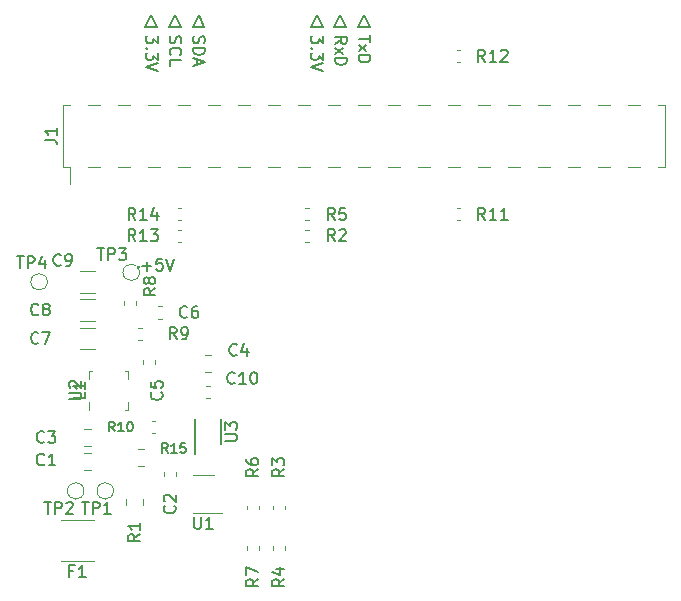
<source format=gto>
G04 #@! TF.GenerationSoftware,KiCad,Pcbnew,(5.0.0)*
G04 #@! TF.CreationDate,2020-06-08T02:19:36+09:00*
G04 #@! TF.ProjectId,WioTerminal_BatteryChassisAAA,57696F5465726D696E616C5F42617474,rev?*
G04 #@! TF.SameCoordinates,PX206cc80PYfe6f74f0*
G04 #@! TF.FileFunction,Legend,Top*
G04 #@! TF.FilePolarity,Positive*
%FSLAX46Y46*%
G04 Gerber Fmt 4.6, Leading zero omitted, Abs format (unit mm)*
G04 Created by KiCad (PCBNEW (5.0.0)) date 06/08/20 02:19:36*
%MOMM*%
%LPD*%
G01*
G04 APERTURE LIST*
%ADD10C,0.150000*%
%ADD11C,0.200000*%
%ADD12C,0.120000*%
%ADD13C,0.140000*%
G04 APERTURE END LIST*
D10*
X-19000000Y4200000D02*
X-19100000Y4100000D01*
X-18785715Y4228571D02*
X-18023810Y4228571D01*
X-18404762Y3847619D02*
X-18404762Y4609523D01*
X-17071429Y4847619D02*
X-17547620Y4847619D01*
X-17595239Y4371428D01*
X-17547620Y4419047D01*
X-17452381Y4466666D01*
X-17214286Y4466666D01*
X-17119048Y4419047D01*
X-17071429Y4371428D01*
X-17023810Y4276190D01*
X-17023810Y4038095D01*
X-17071429Y3942857D01*
X-17119048Y3895238D01*
X-17214286Y3847619D01*
X-17452381Y3847619D01*
X-17547620Y3895238D01*
X-17595239Y3942857D01*
X-16738096Y4847619D02*
X-16404762Y3847619D01*
X-16071429Y4847619D01*
X-18500000Y24500000D02*
X-18000000Y25500000D01*
X-17500000Y24500000D02*
X-18500000Y24500000D01*
X-18000000Y25500000D02*
X-17500000Y24500000D01*
X-16000000Y25500000D02*
X-15500000Y24500000D01*
X-15500000Y24500000D02*
X-16500000Y24500000D01*
X-16500000Y24500000D02*
X-16000000Y25500000D01*
X-14000000Y25500000D02*
X-13500000Y24500000D01*
X-14500000Y24500000D02*
X-14000000Y25500000D01*
X-13500000Y24500000D02*
X-14500000Y24500000D01*
X-4500000Y24500000D02*
X-4000000Y25500000D01*
X-4000000Y25500000D02*
X-3500000Y24500000D01*
X-3500000Y24500000D02*
X-4500000Y24500000D01*
X-1500000Y24500000D02*
X-2500000Y24500000D01*
X-2000000Y25500000D02*
X-1500000Y24500000D01*
X-2500000Y24500000D02*
X-2000000Y25500000D01*
X-500000Y24500000D02*
X0Y25500000D01*
X500000Y24500000D02*
X-500000Y24500000D01*
X0Y25500000D02*
X500000Y24500000D01*
D11*
X-17452381Y23727142D02*
X-17452381Y23108095D01*
X-17833334Y23441428D01*
X-17833334Y23298571D01*
X-17880953Y23203333D01*
X-17928572Y23155714D01*
X-18023810Y23108095D01*
X-18261905Y23108095D01*
X-18357143Y23155714D01*
X-18404762Y23203333D01*
X-18452381Y23298571D01*
X-18452381Y23584285D01*
X-18404762Y23679523D01*
X-18357143Y23727142D01*
X-18357143Y22679523D02*
X-18404762Y22631904D01*
X-18452381Y22679523D01*
X-18404762Y22727142D01*
X-18357143Y22679523D01*
X-18452381Y22679523D01*
X-17452381Y22298571D02*
X-17452381Y21679523D01*
X-17833334Y22012857D01*
X-17833334Y21870000D01*
X-17880953Y21774761D01*
X-17928572Y21727142D01*
X-18023810Y21679523D01*
X-18261905Y21679523D01*
X-18357143Y21727142D01*
X-18404762Y21774761D01*
X-18452381Y21870000D01*
X-18452381Y22155714D01*
X-18404762Y22250952D01*
X-18357143Y22298571D01*
X-17452381Y21393809D02*
X-18452381Y21060476D01*
X-17452381Y20727142D01*
X-16404762Y23679523D02*
X-16452381Y23536666D01*
X-16452381Y23298571D01*
X-16404762Y23203333D01*
X-16357143Y23155714D01*
X-16261905Y23108095D01*
X-16166667Y23108095D01*
X-16071429Y23155714D01*
X-16023810Y23203333D01*
X-15976191Y23298571D01*
X-15928572Y23489047D01*
X-15880953Y23584285D01*
X-15833334Y23631904D01*
X-15738096Y23679523D01*
X-15642858Y23679523D01*
X-15547620Y23631904D01*
X-15500000Y23584285D01*
X-15452381Y23489047D01*
X-15452381Y23250952D01*
X-15500000Y23108095D01*
X-16357143Y22108095D02*
X-16404762Y22155714D01*
X-16452381Y22298571D01*
X-16452381Y22393809D01*
X-16404762Y22536666D01*
X-16309524Y22631904D01*
X-16214286Y22679523D01*
X-16023810Y22727142D01*
X-15880953Y22727142D01*
X-15690477Y22679523D01*
X-15595239Y22631904D01*
X-15500000Y22536666D01*
X-15452381Y22393809D01*
X-15452381Y22298571D01*
X-15500000Y22155714D01*
X-15547620Y22108095D01*
X-16452381Y21203333D02*
X-16452381Y21679523D01*
X-15452381Y21679523D01*
X-14404762Y23679523D02*
X-14452381Y23536666D01*
X-14452381Y23298571D01*
X-14404762Y23203333D01*
X-14357143Y23155714D01*
X-14261905Y23108095D01*
X-14166667Y23108095D01*
X-14071429Y23155714D01*
X-14023810Y23203333D01*
X-13976191Y23298571D01*
X-13928572Y23489047D01*
X-13880953Y23584285D01*
X-13833334Y23631904D01*
X-13738096Y23679523D01*
X-13642858Y23679523D01*
X-13547620Y23631904D01*
X-13500000Y23584285D01*
X-13452381Y23489047D01*
X-13452381Y23250952D01*
X-13500000Y23108095D01*
X-14452381Y22679523D02*
X-13452381Y22679523D01*
X-13452381Y22441428D01*
X-13500000Y22298571D01*
X-13595239Y22203333D01*
X-13690477Y22155714D01*
X-13880953Y22108095D01*
X-14023810Y22108095D01*
X-14214286Y22155714D01*
X-14309524Y22203333D01*
X-14404762Y22298571D01*
X-14452381Y22441428D01*
X-14452381Y22679523D01*
X-14166667Y21727142D02*
X-14166667Y21250952D01*
X-14452381Y21822380D02*
X-13452381Y21489047D01*
X-14452381Y21155714D01*
X-3452381Y23727142D02*
X-3452381Y23108095D01*
X-3833334Y23441428D01*
X-3833334Y23298571D01*
X-3880953Y23203333D01*
X-3928572Y23155714D01*
X-4023810Y23108095D01*
X-4261905Y23108095D01*
X-4357143Y23155714D01*
X-4404762Y23203333D01*
X-4452381Y23298571D01*
X-4452381Y23584285D01*
X-4404762Y23679523D01*
X-4357143Y23727142D01*
X-4357143Y22679523D02*
X-4404762Y22631904D01*
X-4452381Y22679523D01*
X-4404762Y22727142D01*
X-4357143Y22679523D01*
X-4452381Y22679523D01*
X-3452381Y22298571D02*
X-3452381Y21679523D01*
X-3833334Y22012857D01*
X-3833334Y21870000D01*
X-3880953Y21774761D01*
X-3928572Y21727142D01*
X-4023810Y21679523D01*
X-4261905Y21679523D01*
X-4357143Y21727142D01*
X-4404762Y21774761D01*
X-4452381Y21870000D01*
X-4452381Y22155714D01*
X-4404762Y22250952D01*
X-4357143Y22298571D01*
X-3452381Y21393809D02*
X-4452381Y21060476D01*
X-3452381Y20727142D01*
X-2452381Y23060476D02*
X-1976191Y23393809D01*
X-2452381Y23631904D02*
X-1452381Y23631904D01*
X-1452381Y23250952D01*
X-1500000Y23155714D01*
X-1547620Y23108095D01*
X-1642858Y23060476D01*
X-1785715Y23060476D01*
X-1880953Y23108095D01*
X-1928572Y23155714D01*
X-1976191Y23250952D01*
X-1976191Y23631904D01*
X-2452381Y22727142D02*
X-1785715Y22203333D01*
X-1785715Y22727142D02*
X-2452381Y22203333D01*
X-2452381Y21822380D02*
X-1452381Y21822380D01*
X-1452381Y21584285D01*
X-1500000Y21441428D01*
X-1595239Y21346190D01*
X-1690477Y21298571D01*
X-1880953Y21250952D01*
X-2023810Y21250952D01*
X-2214286Y21298571D01*
X-2309524Y21346190D01*
X-2404762Y21441428D01*
X-2452381Y21584285D01*
X-2452381Y21822380D01*
X547619Y23774761D02*
X547619Y23203333D01*
X-452381Y23489047D02*
X547619Y23489047D01*
X-452381Y22965238D02*
X214285Y22441428D01*
X214285Y22965238D02*
X-452381Y22441428D01*
X-452381Y22060476D02*
X547619Y22060476D01*
X547619Y21822380D01*
X500000Y21679523D01*
X404761Y21584285D01*
X309523Y21536666D01*
X119047Y21489047D01*
X-23810Y21489047D01*
X-214286Y21536666D01*
X-309524Y21584285D01*
X-404762Y21679523D01*
X-452381Y21822380D01*
X-452381Y22060476D01*
D12*
G04 #@! TO.C,U2*
X-19950000Y-5315000D02*
X-19950000Y-4650000D01*
X-23250000Y-7950000D02*
X-23250000Y-7285000D01*
X-23250000Y-5315000D02*
X-23250000Y-4650000D01*
X-19950000Y-7950000D02*
X-19950000Y-7285000D01*
X-23000000Y-4650000D02*
X-23250000Y-4650000D01*
X-20200000Y-4650000D02*
X-19950000Y-4650000D01*
X-19950000Y-7950000D02*
X-20200000Y-7950000D01*
G04 #@! TO.C,C1*
X-23141422Y-13010000D02*
X-23658578Y-13010000D01*
X-23141422Y-11590000D02*
X-23658578Y-11590000D01*
G04 #@! TO.C,C2*
X-15890000Y-13237221D02*
X-15890000Y-13562779D01*
X-16910000Y-13237221D02*
X-16910000Y-13562779D01*
G04 #@! TO.C,C3*
X-23141422Y-9590000D02*
X-23658578Y-9590000D01*
X-23141422Y-11010000D02*
X-23658578Y-11010000D01*
G04 #@! TO.C,C4*
X-13458578Y-3290000D02*
X-12941422Y-3290000D01*
X-13458578Y-4710000D02*
X-12941422Y-4710000D01*
G04 #@! TO.C,C5*
X-17690000Y-4062779D02*
X-17690000Y-3737221D01*
X-18710000Y-4062779D02*
X-18710000Y-3737221D01*
G04 #@! TO.C,C6*
X-17462779Y-210000D02*
X-17137221Y-210000D01*
X-17462779Y810000D02*
X-17137221Y810000D01*
G04 #@! TO.C,C7*
X-22797936Y-2810000D02*
X-24002064Y-2810000D01*
X-22797936Y-990000D02*
X-24002064Y-990000D01*
G04 #@! TO.C,C8*
X-22797936Y1410000D02*
X-24002064Y1410000D01*
X-22797936Y-410000D02*
X-24002064Y-410000D01*
G04 #@! TO.C,C9*
X-22797936Y1990000D02*
X-24002064Y1990000D01*
X-22797936Y3810000D02*
X-24002064Y3810000D01*
G04 #@! TO.C,R1*
X-18690000Y-15478922D02*
X-18690000Y-15996078D01*
X-20110000Y-15478922D02*
X-20110000Y-15996078D01*
G04 #@! TO.C,R2*
X-4624721Y6290000D02*
X-4950279Y6290000D01*
X-4624721Y7310000D02*
X-4950279Y7310000D01*
G04 #@! TO.C,R3*
X-7710000Y-16049721D02*
X-7710000Y-16375279D01*
X-6690000Y-16049721D02*
X-6690000Y-16375279D01*
G04 #@! TO.C,R4*
X-6690000Y-19449721D02*
X-6690000Y-19775279D01*
X-7710000Y-19449721D02*
X-7710000Y-19775279D01*
G04 #@! TO.C,R5*
X-4624721Y8090000D02*
X-4950279Y8090000D01*
X-4624721Y9110000D02*
X-4950279Y9110000D01*
G04 #@! TO.C,R6*
X-9910000Y-16049721D02*
X-9910000Y-16375279D01*
X-8890000Y-16049721D02*
X-8890000Y-16375279D01*
G04 #@! TO.C,R7*
X-8890000Y-19449721D02*
X-8890000Y-19775279D01*
X-9910000Y-19449721D02*
X-9910000Y-19775279D01*
G04 #@! TO.C,R8*
X-20310000Y1262779D02*
X-20310000Y937221D01*
X-19290000Y1262779D02*
X-19290000Y937221D01*
G04 #@! TO.C,R9*
X-19150279Y-990000D02*
X-18824721Y-990000D01*
X-19150279Y-2010000D02*
X-18824721Y-2010000D01*
G04 #@! TO.C,R10*
X-17649721Y-9910000D02*
X-17975279Y-9910000D01*
X-17649721Y-8890000D02*
X-17975279Y-8890000D01*
G04 #@! TO.C,R11*
X7849721Y8090000D02*
X8175279Y8090000D01*
X7849721Y9110000D02*
X8175279Y9110000D01*
G04 #@! TO.C,R12*
X7849721Y21490000D02*
X8175279Y21490000D01*
X7849721Y22510000D02*
X8175279Y22510000D01*
G04 #@! TO.C,R13*
X-15449721Y7310000D02*
X-15775279Y7310000D01*
X-15449721Y6290000D02*
X-15775279Y6290000D01*
G04 #@! TO.C,R14*
X-15449721Y8090000D02*
X-15775279Y8090000D01*
X-15449721Y9110000D02*
X-15775279Y9110000D01*
G04 #@! TO.C,TP1*
X-21200000Y-14800000D02*
G75*
G03X-21200000Y-14800000I-700000J0D01*
G01*
G04 #@! TO.C,TP2*
X-23700000Y-14800000D02*
G75*
G03X-23700000Y-14800000I-700000J0D01*
G01*
G04 #@! TO.C,TP3*
X-19000000Y3700000D02*
G75*
G03X-19000000Y3700000I-700000J0D01*
G01*
G04 #@! TO.C,TP4*
X-26800000Y2900000D02*
G75*
G03X-26800000Y2900000I-700000J0D01*
G01*
G04 #@! TO.C,U1*
X-12700000Y-13460000D02*
X-14500000Y-13460000D01*
X-14500000Y-16680000D02*
X-12050000Y-16680000D01*
G04 #@! TO.C,F1*
X-22876248Y-20710000D02*
X-25648752Y-20710000D01*
X-22876248Y-17290000D02*
X-25648752Y-17290000D01*
G04 #@! TO.C,R15*
X-18603922Y-12710000D02*
X-19121078Y-12710000D01*
X-18603922Y-11290000D02*
X-19121078Y-11290000D01*
D10*
G04 #@! TO.C,U3*
X-12075000Y-10875000D02*
X-12075000Y-8725000D01*
X-14325000Y-11700000D02*
X-14325000Y-8725000D01*
D12*
G04 #@! TO.C,J1*
X-25460000Y12650000D02*
X-25460000Y17850000D01*
X25460000Y12650000D02*
X25460000Y17850000D01*
X-24890000Y11210000D02*
X-24890000Y12650000D01*
X-25460000Y12650000D02*
X-24890000Y12650000D01*
X-25460000Y17850000D02*
X-24890000Y17850000D01*
X24890000Y12650000D02*
X25460000Y12650000D01*
X24890000Y17850000D02*
X25460000Y17850000D01*
X-23370000Y12650000D02*
X-22350000Y12650000D01*
X-23370000Y17850000D02*
X-22350000Y17850000D01*
X-20830000Y12650000D02*
X-19810000Y12650000D01*
X-20830000Y17850000D02*
X-19810000Y17850000D01*
X-18290000Y12650000D02*
X-17270000Y12650000D01*
X-18290000Y17850000D02*
X-17270000Y17850000D01*
X-15750000Y12650000D02*
X-14730000Y12650000D01*
X-15750000Y17850000D02*
X-14730000Y17850000D01*
X-13210000Y12650000D02*
X-12190000Y12650000D01*
X-13210000Y17850000D02*
X-12190000Y17850000D01*
X-10670000Y12650000D02*
X-9650000Y12650000D01*
X-10670000Y17850000D02*
X-9650000Y17850000D01*
X-8130000Y12650000D02*
X-7110000Y12650000D01*
X-8130000Y17850000D02*
X-7110000Y17850000D01*
X-5590000Y12650000D02*
X-4570000Y12650000D01*
X-5590000Y17850000D02*
X-4570000Y17850000D01*
X-3050000Y12650000D02*
X-2030000Y12650000D01*
X-3050000Y17850000D02*
X-2030000Y17850000D01*
X-510000Y12650000D02*
X510000Y12650000D01*
X-510000Y17850000D02*
X510000Y17850000D01*
X2030000Y12650000D02*
X3050000Y12650000D01*
X2030000Y17850000D02*
X3050000Y17850000D01*
X4570000Y12650000D02*
X5590000Y12650000D01*
X4570000Y17850000D02*
X5590000Y17850000D01*
X7110000Y12650000D02*
X8130000Y12650000D01*
X7110000Y17850000D02*
X8130000Y17850000D01*
X9650000Y12650000D02*
X10670000Y12650000D01*
X9650000Y17850000D02*
X10670000Y17850000D01*
X12190000Y12650000D02*
X13210000Y12650000D01*
X12190000Y17850000D02*
X13210000Y17850000D01*
X14730000Y12650000D02*
X15750000Y12650000D01*
X14730000Y17850000D02*
X15750000Y17850000D01*
X17270000Y12650000D02*
X18290000Y12650000D01*
X17270000Y17850000D02*
X18290000Y17850000D01*
X19810000Y12650000D02*
X20830000Y12650000D01*
X19810000Y17850000D02*
X20830000Y17850000D01*
X22350000Y12650000D02*
X23370000Y12650000D01*
X22350000Y17850000D02*
X23370000Y17850000D01*
G04 #@! TO.C,C10*
X-13350279Y-5890000D02*
X-13024721Y-5890000D01*
X-13350279Y-6910000D02*
X-13024721Y-6910000D01*
G04 #@! TO.C,U2*
D10*
X-24947620Y-7061905D02*
X-24138096Y-7061905D01*
X-24042858Y-7014286D01*
X-23995239Y-6966667D01*
X-23947620Y-6871429D01*
X-23947620Y-6680953D01*
X-23995239Y-6585715D01*
X-24042858Y-6538096D01*
X-24138096Y-6490477D01*
X-24947620Y-6490477D01*
X-24852381Y-6061905D02*
X-24900000Y-6014286D01*
X-24947620Y-5919048D01*
X-24947620Y-5680953D01*
X-24900000Y-5585715D01*
X-24852381Y-5538096D01*
X-24757143Y-5490477D01*
X-24661905Y-5490477D01*
X-24519048Y-5538096D01*
X-23947620Y-6109524D01*
X-23947620Y-5490477D01*
G04 #@! TO.C,C1*
X-27066667Y-12557143D02*
X-27114286Y-12604762D01*
X-27257143Y-12652381D01*
X-27352381Y-12652381D01*
X-27495239Y-12604762D01*
X-27590477Y-12509524D01*
X-27638096Y-12414286D01*
X-27685715Y-12223810D01*
X-27685715Y-12080953D01*
X-27638096Y-11890477D01*
X-27590477Y-11795239D01*
X-27495239Y-11700000D01*
X-27352381Y-11652381D01*
X-27257143Y-11652381D01*
X-27114286Y-11700000D01*
X-27066667Y-11747620D01*
X-26114286Y-12652381D02*
X-26685715Y-12652381D01*
X-26400000Y-12652381D02*
X-26400000Y-11652381D01*
X-26495239Y-11795239D01*
X-26590477Y-11890477D01*
X-26685715Y-11938096D01*
G04 #@! TO.C,C2*
X-16042858Y-16066667D02*
X-15995239Y-16114286D01*
X-15947620Y-16257143D01*
X-15947620Y-16352381D01*
X-15995239Y-16495239D01*
X-16090477Y-16590477D01*
X-16185715Y-16638096D01*
X-16376191Y-16685715D01*
X-16519048Y-16685715D01*
X-16709524Y-16638096D01*
X-16804762Y-16590477D01*
X-16900000Y-16495239D01*
X-16947620Y-16352381D01*
X-16947620Y-16257143D01*
X-16900000Y-16114286D01*
X-16852381Y-16066667D01*
X-16852381Y-15685715D02*
X-16900000Y-15638096D01*
X-16947620Y-15542858D01*
X-16947620Y-15304762D01*
X-16900000Y-15209524D01*
X-16852381Y-15161905D01*
X-16757143Y-15114286D01*
X-16661905Y-15114286D01*
X-16519048Y-15161905D01*
X-15947620Y-15733334D01*
X-15947620Y-15114286D01*
G04 #@! TO.C,C3*
X-27066667Y-10657143D02*
X-27114286Y-10704762D01*
X-27257143Y-10752381D01*
X-27352381Y-10752381D01*
X-27495239Y-10704762D01*
X-27590477Y-10609524D01*
X-27638096Y-10514286D01*
X-27685715Y-10323810D01*
X-27685715Y-10180953D01*
X-27638096Y-9990477D01*
X-27590477Y-9895239D01*
X-27495239Y-9800000D01*
X-27352381Y-9752381D01*
X-27257143Y-9752381D01*
X-27114286Y-9800000D01*
X-27066667Y-9847620D01*
X-26733334Y-9752381D02*
X-26114286Y-9752381D01*
X-26447620Y-10133334D01*
X-26304762Y-10133334D01*
X-26209524Y-10180953D01*
X-26161905Y-10228572D01*
X-26114286Y-10323810D01*
X-26114286Y-10561905D01*
X-26161905Y-10657143D01*
X-26209524Y-10704762D01*
X-26304762Y-10752381D01*
X-26590477Y-10752381D01*
X-26685715Y-10704762D01*
X-26733334Y-10657143D01*
G04 #@! TO.C,C4*
X-10766667Y-3257143D02*
X-10814286Y-3304762D01*
X-10957143Y-3352381D01*
X-11052381Y-3352381D01*
X-11195239Y-3304762D01*
X-11290477Y-3209524D01*
X-11338096Y-3114286D01*
X-11385715Y-2923810D01*
X-11385715Y-2780953D01*
X-11338096Y-2590477D01*
X-11290477Y-2495239D01*
X-11195239Y-2400000D01*
X-11052381Y-2352381D01*
X-10957143Y-2352381D01*
X-10814286Y-2400000D01*
X-10766667Y-2447620D01*
X-9909524Y-2685715D02*
X-9909524Y-3352381D01*
X-10147620Y-2304762D02*
X-10385715Y-3019048D01*
X-9766667Y-3019048D01*
G04 #@! TO.C,C5*
X-17142858Y-6466667D02*
X-17095239Y-6514286D01*
X-17047620Y-6657143D01*
X-17047620Y-6752381D01*
X-17095239Y-6895239D01*
X-17190477Y-6990477D01*
X-17285715Y-7038096D01*
X-17476191Y-7085715D01*
X-17619048Y-7085715D01*
X-17809524Y-7038096D01*
X-17904762Y-6990477D01*
X-18000000Y-6895239D01*
X-18047620Y-6752381D01*
X-18047620Y-6657143D01*
X-18000000Y-6514286D01*
X-17952381Y-6466667D01*
X-18047620Y-5561905D02*
X-18047620Y-6038096D01*
X-17571429Y-6085715D01*
X-17619048Y-6038096D01*
X-17666667Y-5942858D01*
X-17666667Y-5704762D01*
X-17619048Y-5609524D01*
X-17571429Y-5561905D01*
X-17476191Y-5514286D01*
X-17238096Y-5514286D01*
X-17142858Y-5561905D01*
X-17095239Y-5609524D01*
X-17047620Y-5704762D01*
X-17047620Y-5942858D01*
X-17095239Y-6038096D01*
X-17142858Y-6085715D01*
G04 #@! TO.C,C6*
X-14966667Y-57143D02*
X-15014286Y-104762D01*
X-15157143Y-152381D01*
X-15252381Y-152381D01*
X-15395239Y-104762D01*
X-15490477Y-9524D01*
X-15538096Y85714D01*
X-15585715Y276190D01*
X-15585715Y419047D01*
X-15538096Y609523D01*
X-15490477Y704761D01*
X-15395239Y800000D01*
X-15252381Y847619D01*
X-15157143Y847619D01*
X-15014286Y800000D01*
X-14966667Y752380D01*
X-14109524Y847619D02*
X-14300000Y847619D01*
X-14395239Y800000D01*
X-14442858Y752380D01*
X-14538096Y609523D01*
X-14585715Y419047D01*
X-14585715Y38095D01*
X-14538096Y-57143D01*
X-14490477Y-104762D01*
X-14395239Y-152381D01*
X-14204762Y-152381D01*
X-14109524Y-104762D01*
X-14061905Y-57143D01*
X-14014286Y38095D01*
X-14014286Y276190D01*
X-14061905Y371428D01*
X-14109524Y419047D01*
X-14204762Y466666D01*
X-14395239Y466666D01*
X-14490477Y419047D01*
X-14538096Y371428D01*
X-14585715Y276190D01*
G04 #@! TO.C,C7*
X-27566667Y-2257143D02*
X-27614286Y-2304762D01*
X-27757143Y-2352381D01*
X-27852381Y-2352381D01*
X-27995239Y-2304762D01*
X-28090477Y-2209524D01*
X-28138096Y-2114286D01*
X-28185715Y-1923810D01*
X-28185715Y-1780953D01*
X-28138096Y-1590477D01*
X-28090477Y-1495239D01*
X-27995239Y-1400000D01*
X-27852381Y-1352381D01*
X-27757143Y-1352381D01*
X-27614286Y-1400000D01*
X-27566667Y-1447620D01*
X-27233334Y-1352381D02*
X-26566667Y-1352381D01*
X-26995239Y-2352381D01*
G04 #@! TO.C,C8*
X-27566667Y142857D02*
X-27614286Y95238D01*
X-27757143Y47619D01*
X-27852381Y47619D01*
X-27995239Y95238D01*
X-28090477Y190476D01*
X-28138096Y285714D01*
X-28185715Y476190D01*
X-28185715Y619047D01*
X-28138096Y809523D01*
X-28090477Y904761D01*
X-27995239Y1000000D01*
X-27852381Y1047619D01*
X-27757143Y1047619D01*
X-27614286Y1000000D01*
X-27566667Y952380D01*
X-26995239Y619047D02*
X-27090477Y666666D01*
X-27138096Y714285D01*
X-27185715Y809523D01*
X-27185715Y857142D01*
X-27138096Y952380D01*
X-27090477Y1000000D01*
X-26995239Y1047619D01*
X-26804762Y1047619D01*
X-26709524Y1000000D01*
X-26661905Y952380D01*
X-26614286Y857142D01*
X-26614286Y809523D01*
X-26661905Y714285D01*
X-26709524Y666666D01*
X-26804762Y619047D01*
X-26995239Y619047D01*
X-27090477Y571428D01*
X-27138096Y523809D01*
X-27185715Y428571D01*
X-27185715Y238095D01*
X-27138096Y142857D01*
X-27090477Y95238D01*
X-26995239Y47619D01*
X-26804762Y47619D01*
X-26709524Y95238D01*
X-26661905Y142857D01*
X-26614286Y238095D01*
X-26614286Y428571D01*
X-26661905Y523809D01*
X-26709524Y571428D01*
X-26804762Y619047D01*
G04 #@! TO.C,C9*
X-25666667Y4342857D02*
X-25714286Y4295238D01*
X-25857143Y4247619D01*
X-25952381Y4247619D01*
X-26095239Y4295238D01*
X-26190477Y4390476D01*
X-26238096Y4485714D01*
X-26285715Y4676190D01*
X-26285715Y4819047D01*
X-26238096Y5009523D01*
X-26190477Y5104761D01*
X-26095239Y5200000D01*
X-25952381Y5247619D01*
X-25857143Y5247619D01*
X-25714286Y5200000D01*
X-25666667Y5152380D01*
X-25190477Y4247619D02*
X-25000000Y4247619D01*
X-24904762Y4295238D01*
X-24857143Y4342857D01*
X-24761905Y4485714D01*
X-24714286Y4676190D01*
X-24714286Y5057142D01*
X-24761905Y5152380D01*
X-24809524Y5200000D01*
X-24904762Y5247619D01*
X-25095239Y5247619D01*
X-25190477Y5200000D01*
X-25238096Y5152380D01*
X-25285715Y5057142D01*
X-25285715Y4819047D01*
X-25238096Y4723809D01*
X-25190477Y4676190D01*
X-25095239Y4628571D01*
X-24904762Y4628571D01*
X-24809524Y4676190D01*
X-24761905Y4723809D01*
X-24714286Y4819047D01*
G04 #@! TO.C,R1*
X-18947620Y-18466667D02*
X-19423810Y-18800000D01*
X-18947620Y-19038096D02*
X-19947620Y-19038096D01*
X-19947620Y-18657143D01*
X-19900000Y-18561905D01*
X-19852381Y-18514286D01*
X-19757143Y-18466667D01*
X-19614286Y-18466667D01*
X-19519048Y-18514286D01*
X-19471429Y-18561905D01*
X-19423810Y-18657143D01*
X-19423810Y-19038096D01*
X-18947620Y-17514286D02*
X-18947620Y-18085715D01*
X-18947620Y-17800000D02*
X-19947620Y-17800000D01*
X-19804762Y-17895239D01*
X-19709524Y-17990477D01*
X-19661905Y-18085715D01*
G04 #@! TO.C,R2*
X-2466667Y6347619D02*
X-2800000Y6823809D01*
X-3038096Y6347619D02*
X-3038096Y7347619D01*
X-2657143Y7347619D01*
X-2561905Y7300000D01*
X-2514286Y7252380D01*
X-2466667Y7157142D01*
X-2466667Y7014285D01*
X-2514286Y6919047D01*
X-2561905Y6871428D01*
X-2657143Y6823809D01*
X-3038096Y6823809D01*
X-2085715Y7252380D02*
X-2038096Y7300000D01*
X-1942858Y7347619D01*
X-1704762Y7347619D01*
X-1609524Y7300000D01*
X-1561905Y7252380D01*
X-1514286Y7157142D01*
X-1514286Y7061904D01*
X-1561905Y6919047D01*
X-2133334Y6347619D01*
X-1514286Y6347619D01*
G04 #@! TO.C,R3*
X-6747620Y-12966667D02*
X-7223810Y-13300000D01*
X-6747620Y-13538096D02*
X-7747620Y-13538096D01*
X-7747620Y-13157143D01*
X-7700000Y-13061905D01*
X-7652381Y-13014286D01*
X-7557143Y-12966667D01*
X-7414286Y-12966667D01*
X-7319048Y-13014286D01*
X-7271429Y-13061905D01*
X-7223810Y-13157143D01*
X-7223810Y-13538096D01*
X-7747620Y-12633334D02*
X-7747620Y-12014286D01*
X-7366667Y-12347620D01*
X-7366667Y-12204762D01*
X-7319048Y-12109524D01*
X-7271429Y-12061905D01*
X-7176191Y-12014286D01*
X-6938096Y-12014286D01*
X-6842858Y-12061905D01*
X-6795239Y-12109524D01*
X-6747620Y-12204762D01*
X-6747620Y-12490477D01*
X-6795239Y-12585715D01*
X-6842858Y-12633334D01*
G04 #@! TO.C,R4*
X-6747620Y-22266667D02*
X-7223810Y-22600000D01*
X-6747620Y-22838096D02*
X-7747620Y-22838096D01*
X-7747620Y-22457143D01*
X-7700000Y-22361905D01*
X-7652381Y-22314286D01*
X-7557143Y-22266667D01*
X-7414286Y-22266667D01*
X-7319048Y-22314286D01*
X-7271429Y-22361905D01*
X-7223810Y-22457143D01*
X-7223810Y-22838096D01*
X-7414286Y-21409524D02*
X-6747620Y-21409524D01*
X-7795239Y-21647620D02*
X-7080953Y-21885715D01*
X-7080953Y-21266667D01*
G04 #@! TO.C,R5*
X-2466667Y8147619D02*
X-2800000Y8623809D01*
X-3038096Y8147619D02*
X-3038096Y9147619D01*
X-2657143Y9147619D01*
X-2561905Y9100000D01*
X-2514286Y9052380D01*
X-2466667Y8957142D01*
X-2466667Y8814285D01*
X-2514286Y8719047D01*
X-2561905Y8671428D01*
X-2657143Y8623809D01*
X-3038096Y8623809D01*
X-1561905Y9147619D02*
X-2038096Y9147619D01*
X-2085715Y8671428D01*
X-2038096Y8719047D01*
X-1942858Y8766666D01*
X-1704762Y8766666D01*
X-1609524Y8719047D01*
X-1561905Y8671428D01*
X-1514286Y8576190D01*
X-1514286Y8338095D01*
X-1561905Y8242857D01*
X-1609524Y8195238D01*
X-1704762Y8147619D01*
X-1942858Y8147619D01*
X-2038096Y8195238D01*
X-2085715Y8242857D01*
G04 #@! TO.C,R6*
X-8947620Y-12966667D02*
X-9423810Y-13300000D01*
X-8947620Y-13538096D02*
X-9947620Y-13538096D01*
X-9947620Y-13157143D01*
X-9900000Y-13061905D01*
X-9852381Y-13014286D01*
X-9757143Y-12966667D01*
X-9614286Y-12966667D01*
X-9519048Y-13014286D01*
X-9471429Y-13061905D01*
X-9423810Y-13157143D01*
X-9423810Y-13538096D01*
X-9947620Y-12109524D02*
X-9947620Y-12300000D01*
X-9900000Y-12395239D01*
X-9852381Y-12442858D01*
X-9709524Y-12538096D01*
X-9519048Y-12585715D01*
X-9138096Y-12585715D01*
X-9042858Y-12538096D01*
X-8995239Y-12490477D01*
X-8947620Y-12395239D01*
X-8947620Y-12204762D01*
X-8995239Y-12109524D01*
X-9042858Y-12061905D01*
X-9138096Y-12014286D01*
X-9376191Y-12014286D01*
X-9471429Y-12061905D01*
X-9519048Y-12109524D01*
X-9566667Y-12204762D01*
X-9566667Y-12395239D01*
X-9519048Y-12490477D01*
X-9471429Y-12538096D01*
X-9376191Y-12585715D01*
G04 #@! TO.C,R7*
X-8947620Y-22266667D02*
X-9423810Y-22600000D01*
X-8947620Y-22838096D02*
X-9947620Y-22838096D01*
X-9947620Y-22457143D01*
X-9900000Y-22361905D01*
X-9852381Y-22314286D01*
X-9757143Y-22266667D01*
X-9614286Y-22266667D01*
X-9519048Y-22314286D01*
X-9471429Y-22361905D01*
X-9423810Y-22457143D01*
X-9423810Y-22838096D01*
X-9947620Y-21933334D02*
X-9947620Y-21266667D01*
X-8947620Y-21695239D01*
G04 #@! TO.C,R8*
X-17647620Y2333333D02*
X-18123810Y2000000D01*
X-17647620Y1761904D02*
X-18647620Y1761904D01*
X-18647620Y2142857D01*
X-18600000Y2238095D01*
X-18552381Y2285714D01*
X-18457143Y2333333D01*
X-18314286Y2333333D01*
X-18219048Y2285714D01*
X-18171429Y2238095D01*
X-18123810Y2142857D01*
X-18123810Y1761904D01*
X-18219048Y2904761D02*
X-18266667Y2809523D01*
X-18314286Y2761904D01*
X-18409524Y2714285D01*
X-18457143Y2714285D01*
X-18552381Y2761904D01*
X-18600000Y2809523D01*
X-18647620Y2904761D01*
X-18647620Y3095238D01*
X-18600000Y3190476D01*
X-18552381Y3238095D01*
X-18457143Y3285714D01*
X-18409524Y3285714D01*
X-18314286Y3238095D01*
X-18266667Y3190476D01*
X-18219048Y3095238D01*
X-18219048Y2904761D01*
X-18171429Y2809523D01*
X-18123810Y2761904D01*
X-18028572Y2714285D01*
X-17838096Y2714285D01*
X-17742858Y2761904D01*
X-17695239Y2809523D01*
X-17647620Y2904761D01*
X-17647620Y3095238D01*
X-17695239Y3190476D01*
X-17742858Y3238095D01*
X-17838096Y3285714D01*
X-18028572Y3285714D01*
X-18123810Y3238095D01*
X-18171429Y3190476D01*
X-18219048Y3095238D01*
G04 #@! TO.C,R9*
X-15866667Y-1952381D02*
X-16200000Y-1476191D01*
X-16438096Y-1952381D02*
X-16438096Y-952381D01*
X-16057143Y-952381D01*
X-15961905Y-1000000D01*
X-15914286Y-1047620D01*
X-15866667Y-1142858D01*
X-15866667Y-1285715D01*
X-15914286Y-1380953D01*
X-15961905Y-1428572D01*
X-16057143Y-1476191D01*
X-16438096Y-1476191D01*
X-15390477Y-1952381D02*
X-15200000Y-1952381D01*
X-15104762Y-1904762D01*
X-15057143Y-1857143D01*
X-14961905Y-1714286D01*
X-14914286Y-1523810D01*
X-14914286Y-1142858D01*
X-14961905Y-1047620D01*
X-15009524Y-1000000D01*
X-15104762Y-952381D01*
X-15295239Y-952381D01*
X-15390477Y-1000000D01*
X-15438096Y-1047620D01*
X-15485715Y-1142858D01*
X-15485715Y-1380953D01*
X-15438096Y-1476191D01*
X-15390477Y-1523810D01*
X-15295239Y-1571429D01*
X-15104762Y-1571429D01*
X-15009524Y-1523810D01*
X-14961905Y-1476191D01*
X-14914286Y-1380953D01*
G04 #@! TO.C,R10*
D13*
X-21114286Y-9761905D02*
X-21380953Y-9380953D01*
X-21571429Y-9761905D02*
X-21571429Y-8961905D01*
X-21266667Y-8961905D01*
X-21190477Y-9000000D01*
X-21152381Y-9038096D01*
X-21114286Y-9114286D01*
X-21114286Y-9228572D01*
X-21152381Y-9304762D01*
X-21190477Y-9342858D01*
X-21266667Y-9380953D01*
X-21571429Y-9380953D01*
X-20352381Y-9761905D02*
X-20809524Y-9761905D01*
X-20580953Y-9761905D02*
X-20580953Y-8961905D01*
X-20657143Y-9076191D01*
X-20733334Y-9152381D01*
X-20809524Y-9190477D01*
X-19857143Y-8961905D02*
X-19780953Y-8961905D01*
X-19704762Y-9000000D01*
X-19666667Y-9038096D01*
X-19628572Y-9114286D01*
X-19590477Y-9266667D01*
X-19590477Y-9457143D01*
X-19628572Y-9609524D01*
X-19666667Y-9685715D01*
X-19704762Y-9723810D01*
X-19780953Y-9761905D01*
X-19857143Y-9761905D01*
X-19933334Y-9723810D01*
X-19971429Y-9685715D01*
X-20009524Y-9609524D01*
X-20047620Y-9457143D01*
X-20047620Y-9266667D01*
X-20009524Y-9114286D01*
X-19971429Y-9038096D01*
X-19933334Y-9000000D01*
X-19857143Y-8961905D01*
G04 #@! TO.C,R11*
D10*
X10257142Y8147619D02*
X9923809Y8623809D01*
X9685714Y8147619D02*
X9685714Y9147619D01*
X10066666Y9147619D01*
X10161904Y9100000D01*
X10209523Y9052380D01*
X10257142Y8957142D01*
X10257142Y8814285D01*
X10209523Y8719047D01*
X10161904Y8671428D01*
X10066666Y8623809D01*
X9685714Y8623809D01*
X11209523Y8147619D02*
X10638095Y8147619D01*
X10923809Y8147619D02*
X10923809Y9147619D01*
X10828571Y9004761D01*
X10733333Y8909523D01*
X10638095Y8861904D01*
X12161904Y8147619D02*
X11590476Y8147619D01*
X11876190Y8147619D02*
X11876190Y9147619D01*
X11780952Y9004761D01*
X11685714Y8909523D01*
X11590476Y8861904D01*
G04 #@! TO.C,R12*
X10257142Y21547619D02*
X9923809Y22023809D01*
X9685714Y21547619D02*
X9685714Y22547619D01*
X10066666Y22547619D01*
X10161904Y22500000D01*
X10209523Y22452380D01*
X10257142Y22357142D01*
X10257142Y22214285D01*
X10209523Y22119047D01*
X10161904Y22071428D01*
X10066666Y22023809D01*
X9685714Y22023809D01*
X11209523Y21547619D02*
X10638095Y21547619D01*
X10923809Y21547619D02*
X10923809Y22547619D01*
X10828571Y22404761D01*
X10733333Y22309523D01*
X10638095Y22261904D01*
X11590476Y22452380D02*
X11638095Y22500000D01*
X11733333Y22547619D01*
X11971428Y22547619D01*
X12066666Y22500000D01*
X12114285Y22452380D01*
X12161904Y22357142D01*
X12161904Y22261904D01*
X12114285Y22119047D01*
X11542857Y21547619D01*
X12161904Y21547619D01*
G04 #@! TO.C,R13*
X-19342858Y6347619D02*
X-19676191Y6823809D01*
X-19914286Y6347619D02*
X-19914286Y7347619D01*
X-19533334Y7347619D01*
X-19438096Y7300000D01*
X-19390477Y7252380D01*
X-19342858Y7157142D01*
X-19342858Y7014285D01*
X-19390477Y6919047D01*
X-19438096Y6871428D01*
X-19533334Y6823809D01*
X-19914286Y6823809D01*
X-18390477Y6347619D02*
X-18961905Y6347619D01*
X-18676191Y6347619D02*
X-18676191Y7347619D01*
X-18771429Y7204761D01*
X-18866667Y7109523D01*
X-18961905Y7061904D01*
X-18057143Y7347619D02*
X-17438096Y7347619D01*
X-17771429Y6966666D01*
X-17628572Y6966666D01*
X-17533334Y6919047D01*
X-17485715Y6871428D01*
X-17438096Y6776190D01*
X-17438096Y6538095D01*
X-17485715Y6442857D01*
X-17533334Y6395238D01*
X-17628572Y6347619D01*
X-17914286Y6347619D01*
X-18009524Y6395238D01*
X-18057143Y6442857D01*
G04 #@! TO.C,R14*
X-19342858Y8147619D02*
X-19676191Y8623809D01*
X-19914286Y8147619D02*
X-19914286Y9147619D01*
X-19533334Y9147619D01*
X-19438096Y9100000D01*
X-19390477Y9052380D01*
X-19342858Y8957142D01*
X-19342858Y8814285D01*
X-19390477Y8719047D01*
X-19438096Y8671428D01*
X-19533334Y8623809D01*
X-19914286Y8623809D01*
X-18390477Y8147619D02*
X-18961905Y8147619D01*
X-18676191Y8147619D02*
X-18676191Y9147619D01*
X-18771429Y9004761D01*
X-18866667Y8909523D01*
X-18961905Y8861904D01*
X-17533334Y8814285D02*
X-17533334Y8147619D01*
X-17771429Y9195238D02*
X-18009524Y8480952D01*
X-17390477Y8480952D01*
G04 #@! TO.C,TP1*
X-23861905Y-15752381D02*
X-23290477Y-15752381D01*
X-23576191Y-16752381D02*
X-23576191Y-15752381D01*
X-22957143Y-16752381D02*
X-22957143Y-15752381D01*
X-22576191Y-15752381D01*
X-22480953Y-15800000D01*
X-22433334Y-15847620D01*
X-22385715Y-15942858D01*
X-22385715Y-16085715D01*
X-22433334Y-16180953D01*
X-22480953Y-16228572D01*
X-22576191Y-16276191D01*
X-22957143Y-16276191D01*
X-21433334Y-16752381D02*
X-22004762Y-16752381D01*
X-21719048Y-16752381D02*
X-21719048Y-15752381D01*
X-21814286Y-15895239D01*
X-21909524Y-15990477D01*
X-22004762Y-16038096D01*
G04 #@! TO.C,TP2*
X-27061905Y-15752381D02*
X-26490477Y-15752381D01*
X-26776191Y-16752381D02*
X-26776191Y-15752381D01*
X-26157143Y-16752381D02*
X-26157143Y-15752381D01*
X-25776191Y-15752381D01*
X-25680953Y-15800000D01*
X-25633334Y-15847620D01*
X-25585715Y-15942858D01*
X-25585715Y-16085715D01*
X-25633334Y-16180953D01*
X-25680953Y-16228572D01*
X-25776191Y-16276191D01*
X-26157143Y-16276191D01*
X-25204762Y-15847620D02*
X-25157143Y-15800000D01*
X-25061905Y-15752381D01*
X-24823810Y-15752381D01*
X-24728572Y-15800000D01*
X-24680953Y-15847620D01*
X-24633334Y-15942858D01*
X-24633334Y-16038096D01*
X-24680953Y-16180953D01*
X-25252381Y-16752381D01*
X-24633334Y-16752381D01*
G04 #@! TO.C,TP3*
X-22561905Y5747619D02*
X-21990477Y5747619D01*
X-22276191Y4747619D02*
X-22276191Y5747619D01*
X-21657143Y4747619D02*
X-21657143Y5747619D01*
X-21276191Y5747619D01*
X-21180953Y5700000D01*
X-21133334Y5652380D01*
X-21085715Y5557142D01*
X-21085715Y5414285D01*
X-21133334Y5319047D01*
X-21180953Y5271428D01*
X-21276191Y5223809D01*
X-21657143Y5223809D01*
X-20752381Y5747619D02*
X-20133334Y5747619D01*
X-20466667Y5366666D01*
X-20323810Y5366666D01*
X-20228572Y5319047D01*
X-20180953Y5271428D01*
X-20133334Y5176190D01*
X-20133334Y4938095D01*
X-20180953Y4842857D01*
X-20228572Y4795238D01*
X-20323810Y4747619D01*
X-20609524Y4747619D01*
X-20704762Y4795238D01*
X-20752381Y4842857D01*
G04 #@! TO.C,TP4*
X-29361905Y5047619D02*
X-28790477Y5047619D01*
X-29076191Y4047619D02*
X-29076191Y5047619D01*
X-28457143Y4047619D02*
X-28457143Y5047619D01*
X-28076191Y5047619D01*
X-27980953Y5000000D01*
X-27933334Y4952380D01*
X-27885715Y4857142D01*
X-27885715Y4714285D01*
X-27933334Y4619047D01*
X-27980953Y4571428D01*
X-28076191Y4523809D01*
X-28457143Y4523809D01*
X-27028572Y4714285D02*
X-27028572Y4047619D01*
X-27266667Y5095238D02*
X-27504762Y4380952D01*
X-26885715Y4380952D01*
G04 #@! TO.C,U1*
X-14361905Y-17022381D02*
X-14361905Y-17831905D01*
X-14314286Y-17927143D01*
X-14266667Y-17974762D01*
X-14171429Y-18022381D01*
X-13980953Y-18022381D01*
X-13885715Y-17974762D01*
X-13838096Y-17927143D01*
X-13790477Y-17831905D01*
X-13790477Y-17022381D01*
X-12790477Y-18022381D02*
X-13361905Y-18022381D01*
X-13076191Y-18022381D02*
X-13076191Y-17022381D01*
X-13171429Y-17165239D01*
X-13266667Y-17260477D01*
X-13361905Y-17308096D01*
G04 #@! TO.C,F1*
X-24595834Y-21578572D02*
X-24929167Y-21578572D01*
X-24929167Y-22102381D02*
X-24929167Y-21102381D01*
X-24452977Y-21102381D01*
X-23548215Y-22102381D02*
X-24119643Y-22102381D01*
X-23833929Y-22102381D02*
X-23833929Y-21102381D01*
X-23929167Y-21245239D01*
X-24024405Y-21340477D01*
X-24119643Y-21388096D01*
G04 #@! TO.C,R15*
X-16614286Y-11561905D02*
X-16880953Y-11180953D01*
X-17071429Y-11561905D02*
X-17071429Y-10761905D01*
X-16766667Y-10761905D01*
X-16690477Y-10800000D01*
X-16652381Y-10838096D01*
X-16614286Y-10914286D01*
X-16614286Y-11028572D01*
X-16652381Y-11104762D01*
X-16690477Y-11142858D01*
X-16766667Y-11180953D01*
X-17071429Y-11180953D01*
X-15852381Y-11561905D02*
X-16309524Y-11561905D01*
X-16080953Y-11561905D02*
X-16080953Y-10761905D01*
X-16157143Y-10876191D01*
X-16233334Y-10952381D01*
X-16309524Y-10990477D01*
X-15128572Y-10761905D02*
X-15509524Y-10761905D01*
X-15547620Y-11142858D01*
X-15509524Y-11104762D01*
X-15433334Y-11066667D01*
X-15242858Y-11066667D01*
X-15166667Y-11104762D01*
X-15128572Y-11142858D01*
X-15090477Y-11219048D01*
X-15090477Y-11409524D01*
X-15128572Y-11485715D01*
X-15166667Y-11523810D01*
X-15242858Y-11561905D01*
X-15433334Y-11561905D01*
X-15509524Y-11523810D01*
X-15547620Y-11485715D01*
G04 #@! TO.C,U3*
X-11747620Y-10561905D02*
X-10938096Y-10561905D01*
X-10842858Y-10514286D01*
X-10795239Y-10466667D01*
X-10747620Y-10371429D01*
X-10747620Y-10180953D01*
X-10795239Y-10085715D01*
X-10842858Y-10038096D01*
X-10938096Y-9990477D01*
X-11747620Y-9990477D01*
X-11747620Y-9609524D02*
X-11747620Y-8990477D01*
X-11366667Y-9323810D01*
X-11366667Y-9180953D01*
X-11319048Y-9085715D01*
X-11271429Y-9038096D01*
X-11176191Y-8990477D01*
X-10938096Y-8990477D01*
X-10842858Y-9038096D01*
X-10795239Y-9085715D01*
X-10747620Y-9180953D01*
X-10747620Y-9466667D01*
X-10795239Y-9561905D01*
X-10842858Y-9609524D01*
G04 #@! TO.C,J1*
X-27007620Y14916666D02*
X-26293334Y14916666D01*
X-26150477Y14869047D01*
X-26055239Y14773809D01*
X-26007620Y14630952D01*
X-26007620Y14535714D01*
X-26007620Y15916666D02*
X-26007620Y15345238D01*
X-26007620Y15630952D02*
X-27007620Y15630952D01*
X-26864762Y15535714D01*
X-26769524Y15440476D01*
X-26721905Y15345238D01*
G04 #@! TO.C,L1*
X-23607620Y-6466667D02*
X-23607620Y-6942858D01*
X-24607620Y-6942858D01*
X-23607620Y-5609524D02*
X-23607620Y-6180953D01*
X-23607620Y-5895239D02*
X-24607620Y-5895239D01*
X-24464762Y-5990477D01*
X-24369524Y-6085715D01*
X-24321905Y-6180953D01*
G04 #@! TO.C,C10*
X-10942858Y-5657143D02*
X-10990477Y-5704762D01*
X-11133334Y-5752381D01*
X-11228572Y-5752381D01*
X-11371429Y-5704762D01*
X-11466667Y-5609524D01*
X-11514286Y-5514286D01*
X-11561905Y-5323810D01*
X-11561905Y-5180953D01*
X-11514286Y-4990477D01*
X-11466667Y-4895239D01*
X-11371429Y-4800000D01*
X-11228572Y-4752381D01*
X-11133334Y-4752381D01*
X-10990477Y-4800000D01*
X-10942858Y-4847620D01*
X-9990477Y-5752381D02*
X-10561905Y-5752381D01*
X-10276191Y-5752381D02*
X-10276191Y-4752381D01*
X-10371429Y-4895239D01*
X-10466667Y-4990477D01*
X-10561905Y-5038096D01*
X-9371429Y-4752381D02*
X-9276191Y-4752381D01*
X-9180953Y-4800000D01*
X-9133334Y-4847620D01*
X-9085715Y-4942858D01*
X-9038096Y-5133334D01*
X-9038096Y-5371429D01*
X-9085715Y-5561905D01*
X-9133334Y-5657143D01*
X-9180953Y-5704762D01*
X-9276191Y-5752381D01*
X-9371429Y-5752381D01*
X-9466667Y-5704762D01*
X-9514286Y-5657143D01*
X-9561905Y-5561905D01*
X-9609524Y-5371429D01*
X-9609524Y-5133334D01*
X-9561905Y-4942858D01*
X-9514286Y-4847620D01*
X-9466667Y-4800000D01*
X-9371429Y-4752381D01*
G04 #@! TD*
M02*

</source>
